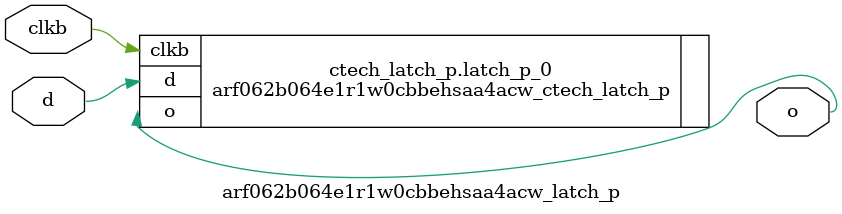
<source format=sv>

`ifndef ARF062B064E1R1W0CBBEHSAA4ACW_LATCH_P_SV
`define ARF062B064E1R1W0CBBEHSAA4ACW_LATCH_P_SV

module arf062b064e1r1w0cbbehsaa4acw_latch_p #
(
  parameter CTECH = 1
)
(
  output logic o,
  input  logic d,
  input  logic clkb
);

  if (CTECH == 1) begin: ctech_latch_p
    arf062b064e1r1w0cbbehsaa4acw_ctech_latch_p latch_p_0 (.o(o),.d(d),.clkb(clkb));
  end
  else begin
    always_latch begin
      if (~clkb) begin
        o <= d;
      end
    end
  end

endmodule // arf062b064e1r1w0cbbehsaa4acw_latch_p

`endif // ARF062B064E1R1W0CBBEHSAA4ACW_LATCH_P_SV
</source>
